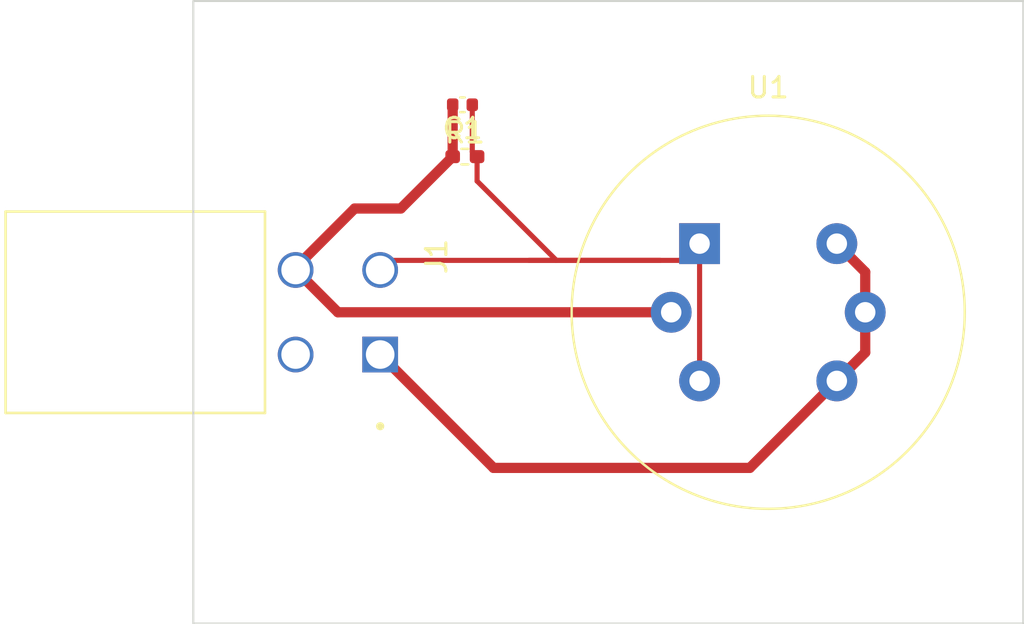
<source format=kicad_pcb>
(kicad_pcb (version 20221018) (generator pcbnew)
  (layers (0 "F.Cu" signal) (31 "B.Cu" signal) (34 "B.Paste" user) (35 "F.Paste" user) (36 "B.SilkS" user "B.Silkscreen") (37 "F.SilkS" user "F.Silkscreen") (38 "B.Mask" user) (39 "F.Mask" user) (44 "Edge.Cuts" user))
  (net 0 "")
  (net 1 "+5V")
  (net 2 "V_RL")
  (net 3 "GND")
  (footprint "Capacitor_SMD:C_0402_1005Metric" (layer "F.Cu") (at 132.56 83.82 180)
    (fp_text reference "C1" (at 0 -1.16) (layer "F.SilkS"))
    (fp_text value "50nF")
    (fp_line (start -0.107836 -0.36) (end 0.107836 -0.36) (stroke (width 0.12)) (layer "F.SilkS"))
    (fp_line (start -0.107836 0.36) (end 0.107836 0.36) (stroke (width 0.12)) (layer "F.SilkS"))
    (pad "1" smd roundrect (at -0.48 0 180) (size 0.56 0.62) (layers "F.Cu" "F.Paste" "F.Mask") (net 2 "V_RL"))
    (pad "2" smd roundrect (at 0.48 0 180) (size 0.56 0.62) (layers "F.Cu" "F.Paste" "F.Mask") (net 3 "GND"))
  )
  (footprint "Modular sensor footprints:TE_1-770968-0" (layer "F.Cu") (at 128.53 96.05 -90)
    (fp_text reference "J1" (at -4.8 -2.76 90) (layer "F.SilkS"))
    (fp_text value "1-770968-0" hide)
    (fp_line (start -7 18.34) (end -7 5.64) (stroke (width 0.127)) (layer "F.SilkS"))
    (fp_line (start 2.86 5.64) (end -7 5.64) (stroke (width 0.127)) (layer "F.SilkS"))
    (fp_line (start 2.86 5.64) (end 2.86 18.34) (stroke (width 0.127)) (layer "F.SilkS"))
    (fp_line (start 2.86 18.34) (end -7 18.34) (stroke (width 0.127)) (layer "F.SilkS"))
    (fp_circle (center 3.51 0) (end 3.61 0) (stroke (width 0.2)) (fill none) (layer "F.SilkS"))
    (pad "" np_thru_hole circle (at -2.07 11.48 270) (size 3.86 3.86) (drill 3.86) (layers "*.Cu" "*.Mask"))
    (pad "1" thru_hole rect (at 0 0 270) (size 1.75 1.75) (drill 1.4) (layers "*.Cu" "*.Mask") (net 1 "+5V"))
    (pad "2" thru_hole circle (at -4.14 0 270) (size 1.75 1.75) (drill 1.4) (layers "*.Cu" "*.Mask") (net 2 "V_RL"))
    (pad "3" thru_hole circle (at 0 4.14 270) (size 1.75 1.75) (drill 1.4) (layers "*.Cu" "*.Mask"))
    (pad "4" thru_hole circle (at -4.14 4.14 270) (size 1.75 1.75) (drill 1.4) (layers "*.Cu" "*.Mask") (net 3 "GND"))
  )
  (footprint "Resistor_SMD:R_0402_1005Metric_Pad0.72x0.64mm_HandSolder" (layer "F.Cu") (at 132.6775 86.36)
    (fp_text reference "R1" (at 0 -1.17) (layer "F.SilkS"))
    (fp_text value "4.7k Ω")
    (fp_line (start -0.167621 -0.38) (end 0.167621 -0.38) (stroke (width 0.12)) (layer "F.SilkS"))
    (fp_line (start -0.167621 0.38) (end 0.167621 0.38) (stroke (width 0.12)) (layer "F.SilkS"))
    (pad "1" smd roundrect (at -0.5975 0) (size 0.715 0.64) (layers "F.Cu" "F.Paste" "F.Mask") (net 3 "GND"))
    (pad "2" smd roundrect (at 0.5975 0) (size 0.715 0.64) (layers "F.Cu" "F.Paste" "F.Mask") (net 2 "V_RL"))
  )
  (footprint "Modular sensor footprints:MQ-8" (layer "F.Cu") (at 144.17 90.62)
    (fp_text reference "U1" (at 3.36 -7.64) (layer "F.SilkS"))
    (fp_text value "MQ-8")
    (fp_circle (center 3.36 3.36) (end 12.985 3.36) (stroke (width 0.12)) (fill none) (layer "F.SilkS"))
    (pad "1" thru_hole rect (at 0 0) (size 2 2) (drill 1) (layers "*.Cu" "*.Mask") (net 2 "V_RL"))
    (pad "2" thru_hole circle (at -1.39 3.36) (size 2 2) (drill 1) (layers "*.Cu" "*.Mask") (net 3 "GND"))
    (pad "3" thru_hole circle (at 0 6.72 90) (size 2 2) (drill 1) (layers "*.Cu" "*.Mask") (net 2 "V_RL"))
    (pad "4" thru_hole circle (at 6.72 6.72 180) (size 2 2) (drill 1) (layers "*.Cu" "*.Mask") (net 1 "+5V"))
    (pad "5" thru_hole circle (at 8.11 3.36) (size 2 2) (drill 1) (layers "*.Cu" "*.Mask") (net 1 "+5V"))
    (pad "6" thru_hole circle (at 6.72 0 270) (size 2 2) (drill 1) (layers "*.Cu" "*.Mask") (net 1 "+5V"))
  )
  (gr_rect (start 119.38 78.74) (end 160.02 109.22) (stroke (width 0.1)) (fill none) (layer "Edge.Cuts"))
  (segment (start 152.28 93.98) (end 152.28 95.95) (width 0.5) (layer "F.Cu") (net 1))
  (segment (start 150.89 90.62) (end 152.28 92.01) (width 0.5) (layer "F.Cu") (net 1))
  (segment (start 152.28 92.01) (end 152.28 93.98) (width 0.5) (layer "F.Cu") (net 1))
  (segment (start 128.53 96.05) (end 134.08 101.6) (width 0.5) (layer "F.Cu") (net 1))
  (segment (start 146.63 101.6) (end 150.89 97.34) (width 0.5) (layer "F.Cu") (net 1))
  (segment (start 152.28 95.95) (end 150.89 97.34) (width 0.5) (layer "F.Cu") (net 1))
  (segment (start 134.08 101.6) (end 146.63 101.6) (width 0.5) (layer "F.Cu") (net 1))
  (segment (start 128.53 91.91) (end 129 91.44) (width 0.25) (layer "F.Cu") (net 2))
  (segment (start 137.16 91.44) (end 142.24 91.44) (width 0.25) (layer "F.Cu") (net 2))
  (segment (start 133.04 86.125) (end 133.275 86.36) (width 0.25) (layer "F.Cu") (net 2))
  (segment (start 133.275 87.555) (end 133.275 86.36) (width 0.25) (layer "F.Cu") (net 2))
  (segment (start 135.815 91.44) (end 137.16 91.44) (width 0.25) (layer "F.Cu") (net 2))
  (segment (start 137.16 91.44) (end 133.275 87.555) (width 0.25) (layer "F.Cu") (net 2))
  (segment (start 143.35 91.44) (end 144.17 90.62) (width 0.25) (layer "F.Cu") (net 2))
  (segment (start 144.17 90.62) (end 144.17 97.34) (width 0.25) (layer "F.Cu") (net 2))
  (segment (start 129 91.44) (end 143.35 91.44) (width 0.25) (layer "F.Cu") (net 2))
  (segment (start 133.04 83.82) (end 133.04 86.125) (width 0.25) (layer "F.Cu") (net 2))
  (segment (start 127.28 88.9) (end 124.39 91.79) (width 0.5) (layer "F.Cu") (net 3))
  (segment (start 132.08 86.36) (end 129.54 88.9) (width 0.5) (layer "F.Cu") (net 3))
  (segment (start 132.08 86.36) (end 132.08 83.82) (width 0.5) (layer "F.Cu") (net 3))
  (segment (start 142.78 93.98) (end 126.46 93.98) (width 0.5) (layer "F.Cu") (net 3))
  (segment (start 129.54 88.9) (end 127.28 88.9) (width 0.5) (layer "F.Cu") (net 3))
  (segment (start 126.46 93.98) (end 124.39 91.91) (width 0.5) (layer "F.Cu") (net 3))
  (segment (start 124.39 91.79) (end 124.39 91.91) (width 0.5) (layer "F.Cu") (net 3))
)
</source>
